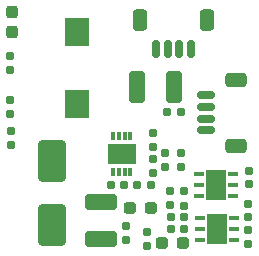
<source format=gbr>
%TF.GenerationSoftware,KiCad,Pcbnew,9.0.0*%
%TF.CreationDate,2025-03-28T18:18:21+01:00*%
%TF.ProjectId,cansatperso,63616e73-6174-4706-9572-736f2e6b6963,rev?*%
%TF.SameCoordinates,Original*%
%TF.FileFunction,Paste,Bot*%
%TF.FilePolarity,Positive*%
%FSLAX46Y46*%
G04 Gerber Fmt 4.6, Leading zero omitted, Abs format (unit mm)*
G04 Created by KiCad (PCBNEW 9.0.0) date 2025-03-28 18:18:21*
%MOMM*%
%LPD*%
G01*
G04 APERTURE LIST*
G04 Aperture macros list*
%AMRoundRect*
0 Rectangle with rounded corners*
0 $1 Rounding radius*
0 $2 $3 $4 $5 $6 $7 $8 $9 X,Y pos of 4 corners*
0 Add a 4 corners polygon primitive as box body*
4,1,4,$2,$3,$4,$5,$6,$7,$8,$9,$2,$3,0*
0 Add four circle primitives for the rounded corners*
1,1,$1+$1,$2,$3*
1,1,$1+$1,$4,$5*
1,1,$1+$1,$6,$7*
1,1,$1+$1,$8,$9*
0 Add four rect primitives between the rounded corners*
20,1,$1+$1,$2,$3,$4,$5,0*
20,1,$1+$1,$4,$5,$6,$7,0*
20,1,$1+$1,$6,$7,$8,$9,0*
20,1,$1+$1,$8,$9,$2,$3,0*%
G04 Aperture macros list end*
%ADD10RoundRect,0.155000X0.155000X-0.212500X0.155000X0.212500X-0.155000X0.212500X-0.155000X-0.212500X0*%
%ADD11RoundRect,0.155000X0.212500X0.155000X-0.212500X0.155000X-0.212500X-0.155000X0.212500X-0.155000X0*%
%ADD12RoundRect,0.160000X-0.160000X0.197500X-0.160000X-0.197500X0.160000X-0.197500X0.160000X0.197500X0*%
%ADD13RoundRect,0.155000X-0.155000X0.212500X-0.155000X-0.212500X0.155000X-0.212500X0.155000X0.212500X0*%
%ADD14RoundRect,0.150000X0.625000X-0.150000X0.625000X0.150000X-0.625000X0.150000X-0.625000X-0.150000X0*%
%ADD15RoundRect,0.250000X0.650000X-0.350000X0.650000X0.350000X-0.650000X0.350000X-0.650000X-0.350000X0*%
%ADD16RoundRect,0.160000X-0.197500X-0.160000X0.197500X-0.160000X0.197500X0.160000X-0.197500X0.160000X0*%
%ADD17R,2.050000X2.450000*%
%ADD18RoundRect,0.250000X-0.412500X-1.100000X0.412500X-1.100000X0.412500X1.100000X-0.412500X1.100000X0*%
%ADD19RoundRect,0.155000X-0.212500X-0.155000X0.212500X-0.155000X0.212500X0.155000X-0.212500X0.155000X0*%
%ADD20RoundRect,0.160000X0.160000X-0.197500X0.160000X0.197500X-0.160000X0.197500X-0.160000X-0.197500X0*%
%ADD21RoundRect,0.250000X0.350000X0.650000X-0.350000X0.650000X-0.350000X-0.650000X0.350000X-0.650000X0*%
%ADD22RoundRect,0.150000X0.150000X0.625000X-0.150000X0.625000X-0.150000X-0.625000X0.150000X-0.625000X0*%
%ADD23R,0.850000X0.300000*%
%ADD24R,1.700000X2.500000*%
%ADD25RoundRect,0.237500X0.237500X-0.287500X0.237500X0.287500X-0.237500X0.287500X-0.237500X-0.287500X0*%
%ADD26RoundRect,0.250000X-1.100000X0.412500X-1.100000X-0.412500X1.100000X-0.412500X1.100000X0.412500X0*%
%ADD27RoundRect,0.237500X-0.287500X-0.237500X0.287500X-0.237500X0.287500X0.237500X-0.287500X0.237500X0*%
%ADD28RoundRect,0.250000X-0.900000X1.500000X-0.900000X-1.500000X0.900000X-1.500000X0.900000X1.500000X0*%
%ADD29R,0.300000X0.800000*%
%ADD30R,2.480000X1.750000*%
G04 APERTURE END LIST*
D10*
%TO.C,C19*%
X194630000Y-88437500D03*
X194630000Y-87302500D03*
%TD*%
D11*
%TO.C,C21*%
X189145000Y-92250000D03*
X188010000Y-92250000D03*
%TD*%
D12*
%TO.C,R16*%
X186500000Y-86352500D03*
X186500000Y-87547500D03*
%TD*%
D13*
%TO.C,C27*%
X187480000Y-85842500D03*
X187480000Y-86977500D03*
%TD*%
D14*
%TO.C,J3*%
X191005000Y-83910000D03*
X191005000Y-82910000D03*
X191005000Y-81910000D03*
X191005000Y-80910000D03*
D15*
X193530000Y-85210000D03*
X193530000Y-79610000D03*
%TD*%
D16*
%TO.C,R15*%
X185132500Y-88570000D03*
X186327500Y-88570000D03*
%TD*%
D17*
%TO.C,L2*%
X180060000Y-81670000D03*
X180060000Y-75570000D03*
%TD*%
D18*
%TO.C,C29*%
X185117500Y-80200000D03*
X188242500Y-80200000D03*
%TD*%
D19*
%TO.C,C28*%
X187722500Y-82380000D03*
X188857500Y-82380000D03*
%TD*%
D20*
%TO.C,R11*%
X184200000Y-93207500D03*
X184200000Y-92012500D03*
%TD*%
D21*
%TO.C,J4*%
X185440000Y-74530000D03*
D22*
X189740000Y-77055000D03*
X188740000Y-77055000D03*
X187740000Y-77055000D03*
X186740000Y-77055000D03*
D21*
X191040000Y-74530000D03*
%TD*%
D19*
%TO.C,C25*%
X182932500Y-88530000D03*
X184067500Y-88530000D03*
%TD*%
D23*
%TO.C,IC5*%
X193400000Y-91320000D03*
X193400000Y-92270000D03*
X193400000Y-93220000D03*
X190500000Y-93220000D03*
X190500000Y-92270000D03*
X190500000Y-91320000D03*
D24*
X191950000Y-92270000D03*
%TD*%
D12*
%TO.C,R22*%
X174430000Y-81312500D03*
X174430000Y-82507500D03*
%TD*%
%TO.C,R4*%
X185960000Y-92470000D03*
X185960000Y-93665000D03*
%TD*%
D25*
%TO.C,D1*%
X174550000Y-75605000D03*
X174550000Y-73855000D03*
%TD*%
D26*
%TO.C,C24*%
X182080000Y-89967500D03*
X182080000Y-93092500D03*
%TD*%
D20*
%TO.C,R3*%
X174390000Y-78767500D03*
X174390000Y-77572500D03*
%TD*%
D13*
%TO.C,C20*%
X194580000Y-90132500D03*
X194580000Y-91267500D03*
%TD*%
D12*
%TO.C,R19*%
X187970000Y-89062500D03*
X187970000Y-90257500D03*
%TD*%
%TO.C,R21*%
X174480000Y-83952500D03*
X174480000Y-85147500D03*
%TD*%
D23*
%TO.C,IC2*%
X193310000Y-87570000D03*
X193310000Y-88520000D03*
X193310000Y-89470000D03*
X190410000Y-89470000D03*
X190410000Y-88520000D03*
X190410000Y-87570000D03*
D24*
X191860000Y-88520000D03*
%TD*%
D13*
%TO.C,C26*%
X186530000Y-84152500D03*
X186530000Y-85287500D03*
%TD*%
D11*
%TO.C,C18*%
X189147500Y-91280000D03*
X188012500Y-91280000D03*
%TD*%
D27*
%TO.C,D5*%
X184550000Y-90470000D03*
X186300000Y-90470000D03*
%TD*%
D12*
%TO.C,R17*%
X188890000Y-85822500D03*
X188890000Y-87017500D03*
%TD*%
D28*
%TO.C,D2*%
X177930000Y-86510000D03*
X177930000Y-91910000D03*
%TD*%
D20*
%TO.C,R1*%
X194580000Y-93537500D03*
X194580000Y-92342500D03*
%TD*%
D27*
%TO.C,D4*%
X187275000Y-93480000D03*
X189025000Y-93480000D03*
%TD*%
D20*
%TO.C,R18*%
X189150000Y-90267500D03*
X189150000Y-89072500D03*
%TD*%
D29*
%TO.C,IC3*%
X183090000Y-84410000D03*
X183590000Y-84410000D03*
X184090000Y-84410000D03*
X184590000Y-84410000D03*
X184590000Y-87410000D03*
X184090000Y-87410000D03*
X183590000Y-87410000D03*
X183090000Y-87410000D03*
D30*
X183840000Y-85910000D03*
%TD*%
M02*

</source>
